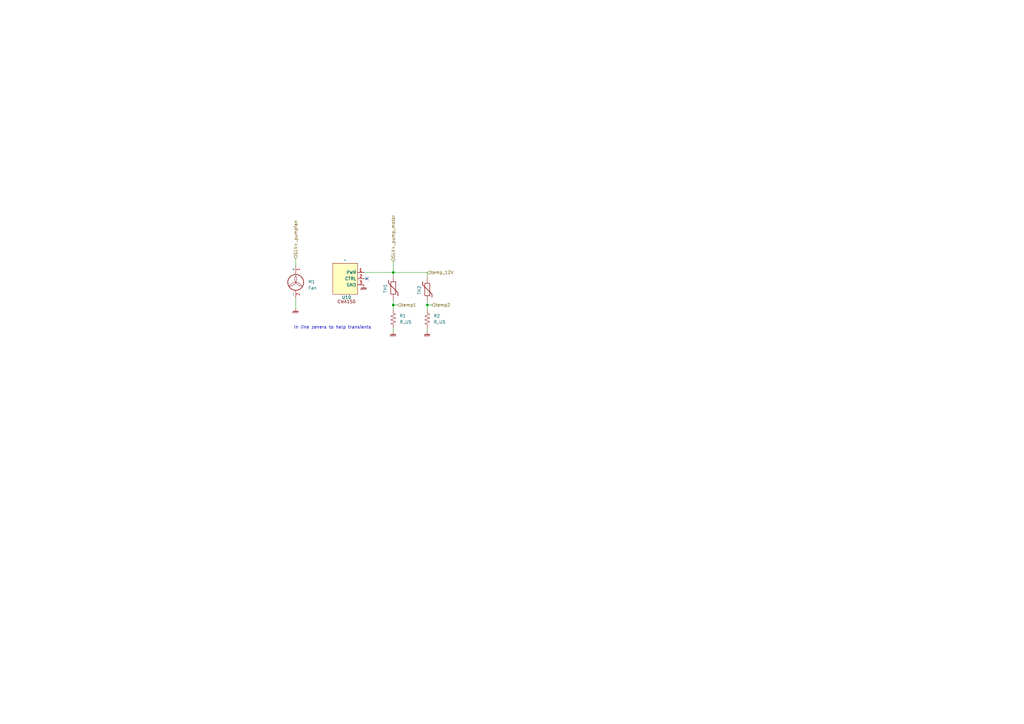
<source format=kicad_sch>
(kicad_sch (version 20250114) (generator "eeschema") (generator_version "9.0")
  (paper "A3")
  (title_block (title "SC FormulaE Electrical System"))
  (lib_symbols
    (symbol "Device:R_US" (pin_numbers (hide yes)) (pin_names (offset 0))
      (property "Reference" "R" (at 2.54 0 90))
      (property "Value" "R_US" (at -2.54 0 90))
      (symbol "R_US_0_1"
        (polyline (pts (xy 0 2.286) (xy 0 2.54)))
        (polyline (pts (xy 0 2.286) (xy 1.016 1.905) (xy 0 1.524) (xy -1.016 1.143) (xy 0 0.762)))
        (polyline (pts (xy 0 0.762) (xy 1.016 0.381) (xy 0 0) (xy -1.016 -0.381) (xy 0 -0.762)))
        (polyline (pts (xy 0 -0.762) (xy 1.016 -1.143) (xy 0 -1.524) (xy -1.016 -1.905) (xy 0 -2.286)))
        (polyline (pts (xy 0 -2.286) (xy 0 -2.54)))
      )
      (symbol "R_US_1_1"
        (pin passive line (at 0 3.81 270) (length 1.27) (name "~") (number "1"))
        (pin passive line (at 0 -3.81 90) (length 1.27) (name "~") (number "2"))
      )
    )
    (symbol "Device:Thermistor" (pin_numbers (hide yes)) (pin_names (offset 0))
      (property "Reference" "TH" (at 2.54 1.27 90))
      (property "Value" "Thermistor" (at -2.54 0 90))
      (symbol "Thermistor_0_1"
        (polyline (pts (xy -1.905 3.175) (xy -1.905 1.905) (xy 1.905 -1.905) (xy 1.905 -3.175) (xy 1.905 -3.175)) (stroke (width 0.254)))
        (rectangle (start -1.016 2.54) (end 1.016 -2.54) (stroke (width 0.2032)))
      )
      (symbol "Thermistor_1_1"
        (pin passive line (at 0 5.08 270) (length 2.54) (name "~") (number "1"))
        (pin passive line (at 0 -5.08 90) (length 2.54) (name "~") (number "2"))
      )
    )
    (symbol "FSAE:CWA150"
      (property "Reference" "U" (at 0 0 0))
      (symbol "CWA150_1_1"
        (rectangle (start -6.35 13.97) (end 3.81 1.27) (fill (type background)))
        (text "CWA150" (at -0.762 -1.778 0) (effects (font (size 1.27 1.27))))
        (pin input line (at 6.35 10.16 180) (length 2.54) (name "PWR") (number "1"))
        (pin input line (at 6.35 7.62 180) (length 2.54) (name "CTRL") (number "2"))
        (pin input line (at 6.35 5.08 180) (length 2.54) (name "GND") (number "3"))
      )
    )
    (symbol "Motor:Fan" (pin_names (offset 0))
      (property "Reference" "M" (at 2.54 5.08 0))
      (property "Value" "Fan" (at 2.54 -2.54 0))
      (symbol "Fan_0_1"
        (arc (start 0 3.81) (mid -0.0015 0.9048) (end -2.54 -0.508))
        (polyline (pts (xy 0 4.572) (xy 0 5.08)))
        (polyline (pts (xy 0 4.2672) (xy 0 4.6228)))
        (circle (center 0 1.016) (radius 3.2512) (stroke (width 0.254)))
        (arc (start -2.54 -0.508) (mid 0 1.0618) (end 2.54 -0.508))
        (polyline (pts (xy 0 -2.2352) (xy 0 -2.6416)))
        (polyline (pts (xy 0 -5.08) (xy 0 -4.572)))
        (arc (start 2.54 -0.508) (mid 0.047 0.9315) (end 0 3.81))
      )
      (symbol "Fan_1_1"
        (pin passive line (at 0 7.62 270) (length 2.54) (name "+") (number "1"))
        (pin passive line (at 0 -5.08 90) (length 2.54) (name "-") (number "2"))
      )
    )
    (symbol "power:GNDPWR" (power) (pin_numbers (hide yes)) (pin_names (offset 0) (hide yes))
      (property "Value" "GNDPWR" (at 0 -3.302 0))
      (symbol "GNDPWR_0_1"
        (polyline (pts (xy -1.016 -1.27) (xy -1.27 -2.032) (xy -1.27 -2.032)) (stroke (width 0.2032)))
        (polyline (pts (xy -0.508 -1.27) (xy -0.762 -2.032) (xy -0.762 -2.032)) (stroke (width 0.2032)))
        (polyline (pts (xy 0 -1.27) (xy 0 0)))
        (polyline (pts (xy 0 -1.27) (xy -0.254 -2.032) (xy -0.254 -2.032)) (stroke (width 0.2032)))
        (polyline (pts (xy 0.508 -1.27) (xy 0.254 -2.032) (xy 0.254 -2.032)) (stroke (width 0.2032)))
        (polyline (pts (xy 1.016 -1.27) (xy -1.016 -1.27) (xy -1.016 -1.27)) (stroke (width 0.2032)))
        (polyline (pts (xy 1.016 -1.27) (xy 0.762 -2.032) (xy 0.762 -2.032) (xy 0.762 -2.032)) (stroke (width 0.2032)))
      )
      (symbol "GNDPWR_1_1"
        (pin power_in line (at 0 0 270) (length 0) (name "~") (number "1"))
      )
    )
  )
  (text "in line zeners to help transients" (at 136.398 134.366 0) (effects (font (size 1.27 1.27))))
  (junction (at 161.29 125.095))
  (junction (at 161.29 111.76))
  (junction (at 175.26 125.095))
  (no_connect (at 150.495 114.3))
  (wire (pts (xy 121.285 121.92) (xy 121.285 126.365)))
  (wire (pts (xy 161.29 134.62) (xy 161.29 135.89)))
  (wire (pts (xy 177.165 125.095) (xy 175.26 125.095)))
  (wire (pts (xy 161.29 107.315) (xy 161.29 111.76)))
  (wire (pts (xy 163.195 125.095) (xy 161.29 125.095)))
  (wire (pts (xy 121.285 106.045) (xy 121.285 109.22)))
  (wire (pts (xy 161.29 111.76) (xy 161.29 113.03)))
  (wire (pts (xy 161.29 111.76) (xy 175.26 111.76)))
  (wire (pts (xy 161.29 125.095) (xy 161.29 123.19)))
  (wire (pts (xy 161.29 111.76) (xy 149.225 111.76)))
  (wire (pts (xy 175.26 125.095) (xy 175.26 127)))
  (wire (pts (xy 175.26 111.76) (xy 175.26 113.665)))
  (wire (pts (xy 175.26 134.62) (xy 175.26 135.89)))
  (wire (pts (xy 175.26 123.825) (xy 175.26 125.095)))
  (wire (pts (xy 149.225 114.3) (xy 150.495 114.3)))
  (wire (pts (xy 161.29 125.095) (xy 161.29 127)))
  (hierarchical_label "temp_12V" (shape input) (at 175.26 111.76 0))
  (hierarchical_label "GLV+_pump_motor" (shape input) (at 161.29 107.315 90))
  (hierarchical_label "temp2" (shape input) (at 177.165 125.095 0))
  (hierarchical_label "temp1" (shape input) (at 163.195 125.095 0))
  (hierarchical_label "GLV+_pumpfan" (shape input) (at 121.285 106.045 90))
  (symbol (lib_id "Device:Thermistor") (at 175.26 118.745 180) (unit 1)
    (property "Reference" "TH2" (at 171.958 118.999 90))
    (property "Value" "Thermistor" (effects (hide yes)))
    (property "Description" "Temperature dependent resistor" (effects (hide yes)))
  )
  (symbol (lib_id "Device:Thermistor") (at 161.29 118.11 180) (unit 1)
    (property "Reference" "TH1" (at 157.988 118.364 90))
    (property "Value" "Thermistor" (effects (hide yes)))
    (property "Description" "Temperature dependent resistor" (effects (hide yes)))
  )
  (symbol (lib_id "FSAE:CWA150") (at 142.875 121.92 0) (unit 1)
    (property "Reference" "U10" (at 142.113 121.92 0))
    (property "Value" "~" (at 141.605 106.68 0))
  )
  (symbol (lib_id "power:GNDPWR") (at 149.225 116.84 0) (unit 1)
    (property "Reference" "#PWR03" (effects (hide yes)))
    (property "Value" "GNDPWR" (effects (hide yes)))
    (property "Description" "Power symbol creates a global label with name \"GNDPWR\" , global ground" (effects (hide yes)))
  )
  (symbol (lib_id "power:GNDPWR") (at 161.29 135.89 0) (unit 1)
    (property "Reference" "#PWR05" (effects (hide yes)))
    (property "Value" "GNDPWR" (effects (hide yes)))
    (property "Description" "Power symbol creates a global label with name \"GNDPWR\" , global ground" (effects (hide yes)))
  )
  (symbol (lib_id "power:GNDPWR") (at 175.26 135.89 0) (unit 1)
    (property "Reference" "#PWR06" (effects (hide yes)))
    (property "Value" "GNDPWR" (effects (hide yes)))
    (property "Description" "Power symbol creates a global label with name \"GNDPWR\" , global ground" (effects (hide yes)))
  )
  (symbol (lib_id "Motor:Fan") (at 121.285 116.84 0) (unit 1)
    (property "Reference" "M1" (at 126.365 115.5699 0) (effects (justify left)))
    (property "Value" "Fan" (at 126.365 118.1099 0) (effects (justify left)))
    (property "Description" "Fan" (effects (hide yes)))
  )
  (symbol (lib_id "Device:R_US") (at 161.29 130.81 0) (unit 1)
    (property "Reference" "R1" (at 163.83 129.5399 0) (effects (justify left)))
    (property "Value" "R_US" (at 163.83 132.0799 0) (effects (justify left)))
    (property "Description" "Resistor, US symbol" (effects (hide yes)))
  )
  (symbol (lib_id "Device:R_US") (at 175.26 130.81 0) (unit 1)
    (property "Reference" "R2" (at 177.8 129.5399 0) (effects (justify left)))
    (property "Value" "R_US" (at 177.8 132.0799 0) (effects (justify left)))
    (property "Description" "Resistor, US symbol" (effects (hide yes)))
  )
  (symbol (lib_id "power:GNDPWR") (at 121.285 126.365 0) (unit 1)
    (property "Reference" "#PWR04" (effects (hide yes)))
    (property "Value" "GNDPWR" (effects (hide yes)))
    (property "Description" "Power symbol creates a global label with name \"GNDPWR\" , global ground" (effects (hide yes)))
  )
)
</source>
